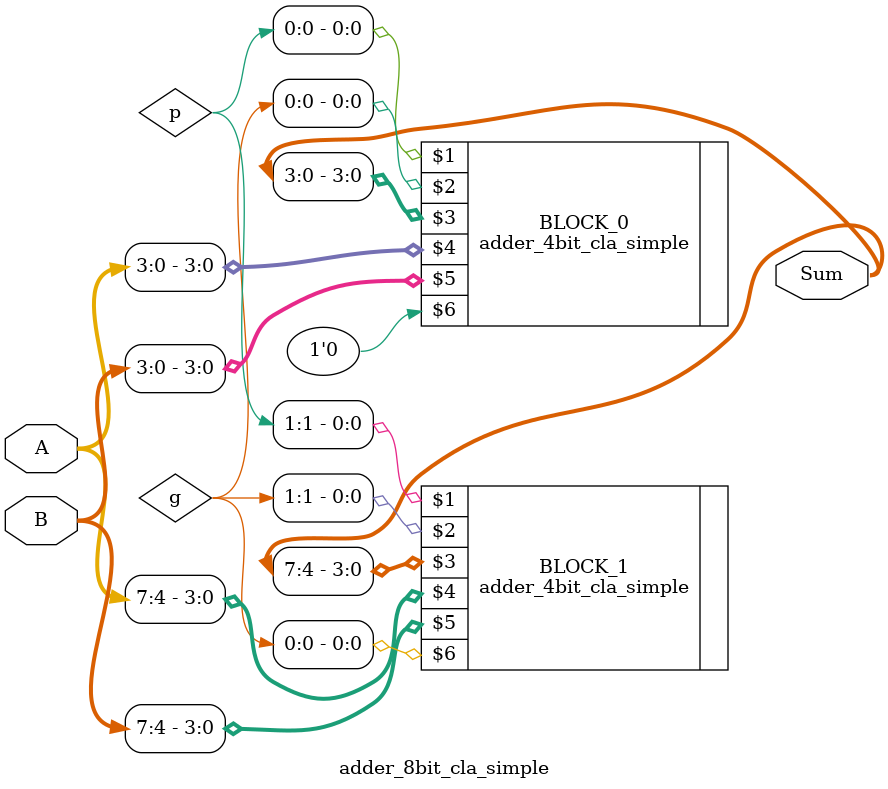
<source format=v>
/* A simple 8-bit carry look ahead adder
 * Only adds.
 *
 * wchen329@wisc.edu
 */
module adder_8bit_cla_simple(Sum, A, B);
	output [7:0] Sum;
	input [7:0] A, B;

	// The propagate and generate signal for each block
	wire [1:0] p, g;
	
	// Add A, B together, calculate operation
	adder_4bit_cla_simple BLOCK_0 (p[0], g[0], Sum[3:0], A[3:0], B[3:0], 1'b0);
	adder_4bit_cla_simple BLOCK_1 (p[1], g[1], Sum[7:4], A[7:4], B[7:4], g[0]);

endmodule
</source>
